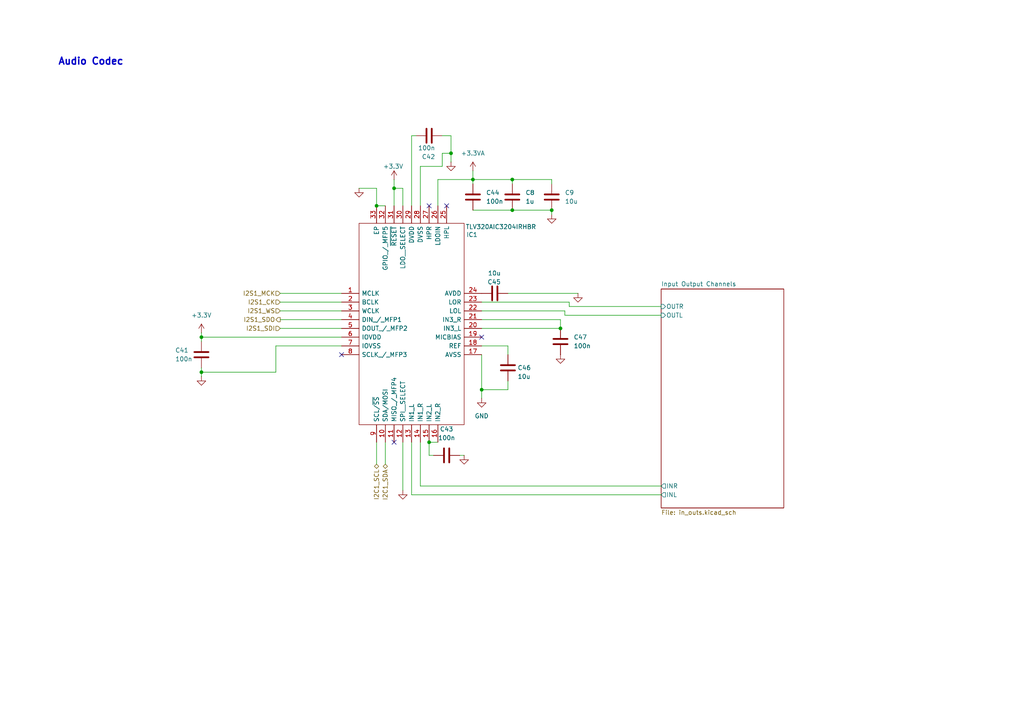
<source format=kicad_sch>
(kicad_sch (version 20250114) (generator "eeschema") (generator_version "9.0")
  (paper "A4")
  (lib_symbols
    (symbol "Device:C" (pin_numbers (hide yes)) (pin_names (offset 0.254))
      (property "Reference" "C" (at 0.635 2.54 0))
      (property "Value" "C" (at 0.635 -2.54 0))
      (symbol "C_0_1"
        (polyline (pts (xy -2.032 0.762) (xy 2.032 0.762)) (stroke (width 0.508)))
        (polyline (pts (xy -2.032 -0.762) (xy 2.032 -0.762)) (stroke (width 0.508)))
      )
      (symbol "C_1_1"
        (pin passive line (at 0 3.81 270) (length 2.794) (name "~") (number "1"))
        (pin passive line (at 0 -3.81 90) (length 2.794) (name "~") (number "2"))
      )
    )
    (symbol "eurorack_components:TLV320AIC3204IRHBR" (pin_names (offset 0.762))
      (property "Reference" "IC1" (at 34.544 24.638 0))
      (property "Value" "TLV320AIC3204IRHBR" (at 42.926 21.844 0))
      (symbol "TLV320AIC3204IRHBR_0_0"
        (pin passive line (at 0 0 0) (length 5.08) (name "MCLK") (number "1"))
        (pin passive line (at 0 -2.54 0) (length 5.08) (name "BCLK") (number "2"))
        (pin passive line (at 0 -5.08 0) (length 5.08) (name "WCLK") (number "3"))
        (pin passive line (at 0 -7.62 0) (length 5.08) (name "DIN_/_MFP1") (number "4"))
        (pin passive line (at 0 -10.16 0) (length 5.08) (name "DOUT_/_MFP2") (number "5"))
        (pin passive line (at 0 -12.7 0) (length 5.08) (name "IOVDD") (number "6"))
        (pin passive line (at 0 -15.24 0) (length 5.08) (name "IOVSS") (number "7"))
        (pin passive line (at 0 -17.78 0) (length 5.08) (name "SCLK_/_MFP3") (number "8"))
        (pin passive line (at 10.16 25.4 270) (length 5.08) (name "EP") (number "33"))
        (pin passive line (at 10.16 -43.18 90) (length 5.08) (name "SCL/~{SS}") (number "9"))
        (pin passive line (at 12.7 25.4 270) (length 5.08) (name "GPIO_/_MFP5") (number "32"))
        (pin passive line (at 12.7 -43.18 90) (length 5.08) (name "SDA/MOSI") (number "10"))
        (pin passive line (at 15.24 25.4 270) (length 5.08) (name "~{RESET}") (number "31"))
        (pin passive line (at 15.24 -43.18 90) (length 5.08) (name "MISO_/_MFP4") (number "11"))
        (pin passive line (at 17.78 25.4 270) (length 5.08) (name "LDO__SELECT") (number "30"))
        (pin passive line (at 17.78 -43.18 90) (length 5.08) (name "SPI__SELECT") (number "12"))
        (pin passive line (at 20.32 25.4 270) (length 5.08) (name "DVDD") (number "29"))
        (pin passive line (at 20.32 -43.18 90) (length 5.08) (name "IN1_L") (number "13"))
        (pin passive line (at 22.86 25.4 270) (length 5.08) (name "DVSS") (number "28"))
        (pin passive line (at 22.86 -43.18 90) (length 5.08) (name "IN1_R") (number "14"))
        (pin passive line (at 25.4 25.4 270) (length 5.08) (name "HPR") (number "27"))
        (pin passive line (at 25.4 -43.18 90) (length 5.08) (name "IN2_L") (number "15"))
        (pin passive line (at 27.94 25.4 270) (length 5.08) (name "LDOIN") (number "26"))
        (pin passive line (at 27.94 -43.18 90) (length 5.08) (name "IN2_R") (number "16"))
        (pin passive line (at 30.48 25.4 270) (length 5.08) (name "HPL") (number "25"))
        (pin passive line (at 40.64 0 180) (length 5.08) (name "AVDD") (number "24"))
        (pin passive line (at 40.64 -2.54 180) (length 5.08) (name "LOR") (number "23"))
        (pin passive line (at 40.64 -5.08 180) (length 5.08) (name "LOL") (number "22"))
        (pin passive line (at 40.64 -7.62 180) (length 5.08) (name "IN3_R") (number "21"))
        (pin passive line (at 40.64 -10.16 180) (length 5.08) (name "IN3_L") (number "20"))
        (pin passive line (at 40.64 -12.7 180) (length 5.08) (name "MICBIAS") (number "19"))
        (pin passive line (at 40.64 -15.24 180) (length 5.08) (name "REF") (number "18"))
        (pin passive line (at 40.64 -17.78 180) (length 5.08) (name "AVSS") (number "17"))
      )
      (symbol "TLV320AIC3204IRHBR_0_1"
        (polyline (pts (xy 5.08 20.32) (xy 35.56 20.32) (xy 35.56 -38.1) (xy 5.08 -38.1) (xy 5.08 20.32)) (stroke (width 0.1524)))
      )
    )
    (symbol "power:+3.3VA" (power) (pin_numbers (hide yes)) (pin_names (offset 0) (hide yes))
      (property "Value" "+3.3VA" (at 0 3.556 0))
      (symbol "+3.3VA_0_1"
        (polyline (pts (xy -0.762 1.27) (xy 0 2.54)))
        (polyline (pts (xy 0 2.54) (xy 0.762 1.27)))
        (polyline (pts (xy 0 0) (xy 0 2.54)))
      )
      (symbol "+3.3VA_1_1"
        (pin power_in line (at 0 0 90) (length 0) (name "~") (number "1"))
      )
    )
    (symbol "power:+3V3" (power) (pin_numbers (hide yes)) (pin_names (offset 0) (hide yes))
      (property "Value" "+3V3" (at 0 3.556 0))
      (symbol "+3V3_0_1"
        (polyline (pts (xy -0.762 1.27) (xy 0 2.54)))
        (polyline (pts (xy 0 2.54) (xy 0.762 1.27)))
        (polyline (pts (xy 0 0) (xy 0 2.54)))
      )
      (symbol "+3V3_1_1"
        (pin power_in line (at 0 0 90) (length 0) (name "~") (number "1"))
      )
    )
    (symbol "power:GND" (power) (pin_numbers (hide yes)) (pin_names (offset 0) (hide yes))
      (property "Value" "GND" (at 0 -3.81 0))
      (symbol "GND_0_1"
        (polyline (pts (xy 0 0) (xy 0 -1.27) (xy 1.27 -1.27) (xy 0 -2.54) (xy -1.27 -1.27) (xy 0 -1.27)))
      )
      (symbol "GND_1_1"
        (pin power_in line (at 0 0 270) (length 0) (name "~") (number "1"))
      )
    )
  )
  (text "Audio Codec" (at 16.764 16.764 0) (effects (font (size 2 2) (thickness 0.4) (bold yes)) (justify left top)))
  (junction (at 114.3 54.61))
  (junction (at 139.7 113.03))
  (junction (at 124.46 128.27))
  (junction (at 162.56 95.25))
  (junction (at 160.02 60.96))
  (junction (at 58.42 97.79))
  (junction (at 130.81 44.45))
  (junction (at 58.42 107.95))
  (junction (at 148.59 60.96))
  (junction (at 109.22 59.69))
  (junction (at 148.59 52.07))
  (junction (at 137.16 52.07))
  (no_connect (at 124.46 59.69))
  (no_connect (at 114.3 128.27))
  (no_connect (at 139.7 97.79))
  (no_connect (at 99.06 102.87))
  (no_connect (at 129.54 59.69))
  (wire (pts (xy 124.46 132.08) (xy 125.73 132.08)))
  (wire (pts (xy 139.7 95.25) (xy 162.56 95.25)))
  (wire (pts (xy 163.83 90.17) (xy 139.7 90.17)))
  (wire (pts (xy 116.84 128.27) (xy 116.84 142.24)))
  (wire (pts (xy 165.1 88.9) (xy 165.1 87.63)))
  (wire (pts (xy 128.27 44.45) (xy 130.81 44.45)))
  (wire (pts (xy 124.46 128.27) (xy 127 128.27)))
  (wire (pts (xy 134.62 132.08) (xy 133.35 132.08)))
  (wire (pts (xy 80.01 107.95) (xy 80.01 100.33)))
  (wire (pts (xy 58.42 107.95) (xy 80.01 107.95)))
  (wire (pts (xy 119.38 39.37) (xy 120.65 39.37)))
  (wire (pts (xy 121.92 48.26) (xy 121.92 59.69)))
  (wire (pts (xy 139.7 92.71) (xy 162.56 92.71)))
  (wire (pts (xy 137.16 52.07) (xy 148.59 52.07)))
  (wire (pts (xy 130.81 44.45) (xy 130.81 46.99)))
  (wire (pts (xy 148.59 52.07) (xy 160.02 52.07)))
  (wire (pts (xy 139.7 113.03) (xy 139.7 115.57)))
  (wire (pts (xy 114.3 54.61) (xy 114.3 59.69)))
  (wire (pts (xy 130.81 39.37) (xy 130.81 44.45)))
  (wire (pts (xy 58.42 97.79) (xy 58.42 99.06)))
  (wire (pts (xy 163.83 91.44) (xy 191.77 91.44)))
  (wire (pts (xy 99.06 85.09) (xy 81.28 85.09)))
  (wire (pts (xy 139.7 102.87) (xy 139.7 113.03)))
  (wire (pts (xy 116.84 54.61) (xy 116.84 59.69)))
  (wire (pts (xy 111.76 128.27) (xy 111.76 134.62)))
  (wire (pts (xy 58.42 96.52) (xy 58.42 97.79)))
  (wire (pts (xy 162.56 92.71) (xy 162.56 95.25)))
  (wire (pts (xy 163.83 91.44) (xy 163.83 90.17)))
  (wire (pts (xy 109.22 128.27) (xy 109.22 134.62)))
  (wire (pts (xy 127 52.07) (xy 127 59.69)))
  (wire (pts (xy 160.02 62.23) (xy 160.02 60.96)))
  (wire (pts (xy 121.92 48.26) (xy 128.27 48.26)))
  (wire (pts (xy 114.3 54.61) (xy 116.84 54.61)))
  (wire (pts (xy 137.16 52.07) (xy 137.16 53.34)))
  (wire (pts (xy 58.42 106.68) (xy 58.42 107.95)))
  (wire (pts (xy 147.32 113.03) (xy 147.32 110.49)))
  (wire (pts (xy 81.28 92.71) (xy 99.06 92.71)))
  (wire (pts (xy 147.32 100.33) (xy 147.32 102.87)))
  (wire (pts (xy 99.06 87.63) (xy 81.28 87.63)))
  (wire (pts (xy 119.38 39.37) (xy 119.38 59.69)))
  (wire (pts (xy 109.22 59.69) (xy 109.22 54.61)))
  (wire (pts (xy 160.02 60.96) (xy 148.59 60.96)))
  (wire (pts (xy 139.7 113.03) (xy 147.32 113.03)))
  (wire (pts (xy 167.64 85.09) (xy 147.32 85.09)))
  (wire (pts (xy 121.92 140.97) (xy 121.92 128.27)))
  (wire (pts (xy 139.7 100.33) (xy 147.32 100.33)))
  (wire (pts (xy 114.3 52.07) (xy 114.3 54.61)))
  (wire (pts (xy 137.16 49.53) (xy 137.16 52.07)))
  (wire (pts (xy 104.14 54.61) (xy 109.22 54.61)))
  (wire (pts (xy 191.77 140.97) (xy 121.92 140.97)))
  (wire (pts (xy 128.27 39.37) (xy 130.81 39.37)))
  (wire (pts (xy 128.27 48.26) (xy 128.27 44.45)))
  (wire (pts (xy 124.46 132.08) (xy 124.46 128.27)))
  (wire (pts (xy 58.42 109.22) (xy 58.42 107.95)))
  (wire (pts (xy 148.59 52.07) (xy 148.59 53.34)))
  (wire (pts (xy 148.59 60.96) (xy 137.16 60.96)))
  (wire (pts (xy 80.01 100.33) (xy 99.06 100.33)))
  (wire (pts (xy 99.06 90.17) (xy 81.28 90.17)))
  (wire (pts (xy 165.1 87.63) (xy 139.7 87.63)))
  (wire (pts (xy 109.22 59.69) (xy 111.76 59.69)))
  (wire (pts (xy 165.1 88.9) (xy 191.77 88.9)))
  (wire (pts (xy 119.38 128.27) (xy 119.38 143.51)))
  (wire (pts (xy 99.06 95.25) (xy 81.28 95.25)))
  (wire (pts (xy 58.42 97.79) (xy 99.06 97.79)))
  (wire (pts (xy 191.77 143.51) (xy 119.38 143.51)))
  (wire (pts (xy 160.02 52.07) (xy 160.02 53.34)))
  (wire (pts (xy 137.16 52.07) (xy 127 52.07)))
  (hierarchical_label "I2C1_SCL" (shape bidirectional) (at 109.22 134.62 270))
  (hierarchical_label "I2S1_MCK" (shape input) (at 81.28 85.09 180))
  (hierarchical_label "I2S1_WS" (shape input) (at 81.28 90.17 180))
  (hierarchical_label "I2S1_SDI" (shape input) (at 81.28 95.25 180))
  (hierarchical_label "I2C1_SDA" (shape bidirectional) (at 111.76 134.62 270))
  (hierarchical_label "I2S1_CK" (shape input) (at 81.28 87.63 180))
  (hierarchical_label "I2S1_SDO" (shape output) (at 81.28 92.71 180))
  (symbol (lib_id "power:GND") (at 167.64 85.09 0) (unit 1)
    (property "Reference" "#PWR067" (effects (hide yes)))
    (property "Value" "GND" (effects (hide yes)))
    (property "Description" "Power symbol creates a global label with name \"GND\" , ground" (effects (hide yes)))
  )
  (symbol (lib_id "power:GND") (at 160.02 62.23 0) (unit 1)
    (property "Reference" "#PWR064" (effects (hide yes)))
    (property "Value" "GND" (effects (hide yes)))
    (property "Description" "Power symbol creates a global label with name \"GND\" , ground" (effects (hide yes)))
  )
  (symbol (lib_id "Device:C") (at 160.02 57.15 0) (unit 1)
    (property "Reference" "C9" (at 163.83 55.8799 0) (effects (justify left)))
    (property "Value" "10u" (at 163.83 58.4199 0) (effects (justify left)))
    (property "Footprint" "Capacitor_SMD:C_0603_1608Metric" (effects (hide yes)))
    (property "Description" "Unpolarized capacitor" (effects (hide yes)))
    (property "Manufacturer_Name" "KYOCERA AVX " (effects (hide yes)))
    (property "Manufacturer_Part_Number" "KAF15BR72A104KT" (effects (hide yes)))
    (property "Mouser Part Number" "581-KAF15BR72A104KT" (effects (hide yes)))
  )
  (symbol (lib_id "power:+3V3") (at 114.3 52.07 0) (unit 1)
    (property "Reference" "#PWR059" (effects (hide yes)))
    (property "Value" "+3.3V" (at 114.046 48.26 0))
    (property "Description" "Power symbol creates a global label with name \"+3V3\"" (effects (hide yes)))
  )
  (symbol (lib_id "power:GND") (at 134.62 132.08 0) (unit 1)
    (property "Reference" "#PWR062" (effects (hide yes)))
    (property "Value" "GND" (effects (hide yes)))
    (property "Description" "Power symbol creates a global label with name \"GND\" , ground" (effects (hide yes)))
  )
  (symbol (lib_id "Device:C") (at 147.32 106.68 180) (unit 1)
    (property "Reference" "C46" (at 150.114 106.68 0) (effects (justify right)))
    (property "Value" "10u" (at 150.114 109.22 0) (effects (justify right)))
    (property "Footprint" "Capacitor_SMD:C_0603_1608Metric" (effects (hide yes)))
    (property "Description" "Unpolarized capacitor" (effects (hide yes)))
    (property "Manufacturer_Name" "Murata Electronics " (effects (hide yes)))
    (property "Manufacturer_Part_Number" " GRM188R61E106KA73D " (effects (hide yes)))
    (property "Mouser Part Number" " 81-GRM188R61E106KA3D " (effects (hide yes)))
  )
  (symbol (lib_id "Device:C") (at 124.46 39.37 270) (unit 1)
    (property "Reference" "C42" (at 126.238 45.466 90) (effects (justify right)))
    (property "Value" "100n" (at 126.238 42.926 90) (effects (justify right)))
    (property "Footprint" "Capacitor_SMD:C_0603_1608Metric" (effects (hide yes)))
    (property "Description" "Unpolarized capacitor" (effects (hide yes)))
    (property "Manufacturer_Name" "KYOCERA AVX " (effects (hide yes)))
    (property "Manufacturer_Part_Number" "KAF15BR72A104KT" (effects (hide yes)))
    (property "Mouser Part Number" "581-KAF15BR72A104KT" (effects (hide yes)))
  )
  (symbol (lib_id "Device:C") (at 143.51 85.09 270) (unit 1)
    (property "Reference" "C45" (at 145.288 81.788 90) (effects (justify right)))
    (property "Value" "10u" (at 145.288 79.248 90) (effects (justify right)))
    (property "Footprint" "Capacitor_SMD:C_0603_1608Metric" (effects (hide yes)))
    (property "Description" "Unpolarized capacitor" (effects (hide yes)))
    (property "Manufacturer_Name" "Murata Electronics " (effects (hide yes)))
    (property "Manufacturer_Part_Number" " GRM188R61E106KA73D " (effects (hide yes)))
    (property "Mouser Part Number" " 81-GRM188R61E106KA3D " (effects (hide yes)))
  )
  (symbol (lib_id "Device:C") (at 58.42 102.87 180) (unit 1)
    (property "Reference" "C41" (at 50.8 101.6 0) (effects (justify right)))
    (property "Value" "100n" (at 50.8 104.14 0) (effects (justify right)))
    (property "Footprint" "Capacitor_SMD:C_0603_1608Metric" (effects (hide yes)))
    (property "Description" "Unpolarized capacitor" (effects (hide yes)))
    (property "Manufacturer_Name" "KYOCERA AVX " (effects (hide yes)))
    (property "Manufacturer_Part_Number" "KAF15BR72A104KT" (effects (hide yes)))
    (property "Mouser Part Number" "581-KAF15BR72A104KT" (effects (hide yes)))
  )
  (symbol (lib_id "power:GND") (at 162.56 102.87 0) (unit 1)
    (property "Reference" "#PWR066" (effects (hide yes)))
    (property "Value" "GND" (effects (hide yes)))
    (property "Description" "Power symbol creates a global label with name \"GND\" , ground" (effects (hide yes)))
  )
  (symbol (lib_id "eurorack_components:TLV320AIC3204IRHBR") (at 99.06 85.09 0) (unit 1)
    (property "Reference" "IC1" (at 136.906 68.072 0))
    (property "Value" "TLV320AIC3204IRHBR" (at 145.288 65.786 0))
    (property "Footprint" "Eurorack:TLV320AIC3204IRHBR" (effects (hide yes)))
    (property "Datasheet" "http://www.ti.com/lit/gpn/tlv320aic3204" (effects (hide yes)))
    (property "Description" "Very-Low-Power Stereo Audio CODEC With PowerTune Technology" (effects (hide yes)))
    (property "Description_1" "Very-Low-Power Stereo Audio CODEC With PowerTune Technology" (effects (hide yes)))
    (property "Height" "1" (effects (hide yes)))
    (property "Mouser Part Number" "595-V320AIC3204IRHBR" (effects (hide yes)))
    (property "Mouser Price/Stock" "https://www.mouser.co.uk/ProductDetail/Texas-Instruments/TLV320AIC3204IRHBR?qs=QJfls%252B0L4ChDpvXOhuEdtQ%3D%3D" (effects (hide yes)))
    (property "Manufacturer_Name" "Texas Instruments" (effects (hide yes)))
    (property "Manufacturer_Part_Number" "TLV320AIC3204IRHBR" (effects (hide yes)))
  )
  (symbol (lib_id "Device:C") (at 162.56 99.06 180) (unit 1)
    (property "Reference" "C47" (at 166.37 97.7899 0) (effects (justify right)))
    (property "Value" "100n" (at 166.37 100.3299 0) (effects (justify right)))
    (property "Footprint" "Capacitor_SMD:C_0603_1608Metric" (effects (hide yes)))
    (property "Description" "Unpolarized capacitor" (effects (hide yes)))
    (property "Manufacturer_Name" "KYOCERA AVX " (effects (hide yes)))
    (property "Manufacturer_Part_Number" "KAF15BR72A104KT" (effects (hide yes)))
    (property "Mouser Part Number" "581-KAF15BR72A104KT" (effects (hide yes)))
  )
  (symbol (lib_id "power:+3V3") (at 58.42 96.52 0) (unit 1)
    (property "Reference" "#PWR056" (effects (hide yes)))
    (property "Value" "+3.3V" (at 58.42 91.44 0))
    (property "Description" "Power symbol creates a global label with name \"+3V3\"" (effects (hide yes)))
  )
  (symbol (lib_id "power:GND") (at 104.14 54.61 0) (unit 1)
    (property "Reference" "#PWR058" (effects (hide yes)))
    (property "Value" "GND" (effects (hide yes)))
    (property "Description" "Power symbol creates a global label with name \"GND\" , ground" (effects (hide yes)))
  )
  (symbol (lib_id "power:GND") (at 130.81 46.99 0) (unit 1)
    (property "Reference" "#PWR061" (effects (hide yes)))
    (property "Value" "GND" (effects (hide yes)))
    (property "Description" "Power symbol creates a global label with name \"GND\" , ground" (effects (hide yes)))
  )
  (symbol (lib_id "power:GND") (at 58.42 109.22 0) (unit 1)
    (property "Reference" "#PWR057" (effects (hide yes)))
    (property "Value" "GND" (effects (hide yes)))
    (property "Description" "Power symbol creates a global label with name \"GND\" , ground" (effects (hide yes)))
  )
  (symbol (lib_id "Device:C") (at 129.54 132.08 90) (unit 1)
    (property "Reference" "C43" (at 129.54 124.46 90))
    (property "Value" "100n" (at 129.54 127 90))
    (property "Footprint" "Capacitor_SMD:C_0603_1608Metric" (effects (hide yes)))
    (property "Description" "Unpolarized capacitor" (effects (hide yes)))
    (property "Manufacturer_Name" "KYOCERA AVX " (effects (hide yes)))
    (property "Manufacturer_Part_Number" "KAF15BR72A104KT" (effects (hide yes)))
    (property "Mouser Part Number" "581-KAF15BR72A104KT" (effects (hide yes)))
  )
  (symbol (lib_id "power:GND") (at 139.7 115.57 0) (unit 1)
    (property "Reference" "#PWR065" (effects (hide yes)))
    (property "Value" "GND" (at 139.7 120.65 0))
    (property "Description" "Power symbol creates a global label with name \"GND\" , ground" (effects (hide yes)))
  )
  (symbol (lib_id "Device:C") (at 148.59 57.15 0) (unit 1)
    (property "Reference" "C8" (at 152.4 55.8799 0) (effects (justify left)))
    (property "Value" "1u" (at 152.4 58.4199 0) (effects (justify left)))
    (property "Footprint" "Capacitor_SMD:C_0603_1608Metric" (effects (hide yes)))
    (property "Description" "Unpolarized capacitor" (effects (hide yes)))
    (property "Manufacturer_Name" "KYOCERA AVX " (effects (hide yes)))
    (property "Manufacturer_Part_Number" "KAF15BR72A104KT" (effects (hide yes)))
    (property "Mouser Part Number" "581-KAF15BR72A104KT" (effects (hide yes)))
  )
  (symbol (lib_id "power:+3.3VA") (at 137.16 49.53 0) (unit 1)
    (property "Reference" "#PWR063" (effects (hide yes)))
    (property "Value" "+3.3VA" (at 137.16 44.45 0))
    (property "Description" "Power symbol creates a global label with name \"+3.3VA\"" (effects (hide yes)))
  )
  (symbol (lib_id "power:GND") (at 116.84 142.24 0) (unit 1)
    (property "Reference" "#PWR060" (effects (hide yes)))
    (property "Value" "GND" (effects (hide yes)))
    (property "Description" "Power symbol creates a global label with name \"GND\" , ground" (effects (hide yes)))
  )
  (symbol (lib_id "Device:C") (at 137.16 57.15 0) (unit 1)
    (property "Reference" "C44" (at 140.97 55.8799 0) (effects (justify left)))
    (property "Value" "100n" (at 140.97 58.4199 0) (effects (justify left)))
    (property "Footprint" "Capacitor_SMD:C_0603_1608Metric" (effects (hide yes)))
    (property "Description" "Unpolarized capacitor" (effects (hide yes)))
    (property "Manufacturer_Name" "KYOCERA AVX " (effects (hide yes)))
    (property "Manufacturer_Part_Number" "KAF15BR72A104KT" (effects (hide yes)))
    (property "Mouser Part Number" "581-KAF15BR72A104KT" (effects (hide yes)))
  )
  (sheet (at 191.77 83.82) (size 35.56 63.5) (stroke (width 0.1524))
    (property "Sheetname" "Input Output Channels" (at 191.77 83.1084 0) (effects (justify left bottom)))
    (property "Sheetfile" "in_outs.kicad_sch" (at 191.77 147.9046 0) (effects (justify left top)))
    (pin "OUTL" input (at 191.77 91.44 180))
    (pin "INR" output (at 191.77 140.97 180))
    (pin "INL" output (at 191.77 143.51 180))
    (pin "OUTR" input (at 191.77 88.9 180))
  )
)
</source>
